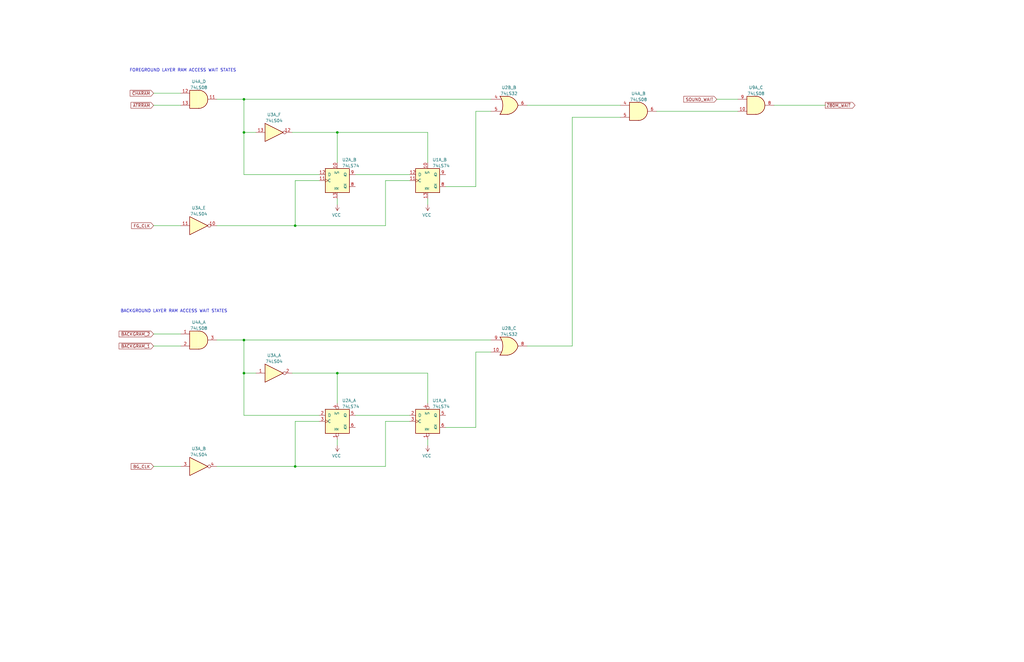
<source format=kicad_sch>
(kicad_sch (version 20211123) (generator eeschema)
  (paper "B")
  (title_block (title "Slapfight Arcade PCB") (company "Schematics created by Neil Ward & Anton Gale"))
  (lib_symbols
    (symbol "jt74:74LS04" (pin_names (offset 1.016))
      (property "Reference" "U" (at 0 1.27 0))
      (property "Value" "74LS04" (at 0 -1.27 0))
      (symbol "74LS04_1_0"
        (polyline (pts (xy -3.81 3.81) (xy -3.81 -3.81) (xy 3.81 0) (xy -3.81 3.81)) (stroke (width 0.254)) (fill (type background)))
        (pin input line (at -7.62 0 0) (length 3.81) (name "~") (number "1"))
        (pin output inverted (at 7.62 0 180) (length 3.81) (name "~") (number "2"))
      )
      (symbol "74LS04_2_0"
        (polyline (pts (xy -3.81 3.81) (xy -3.81 -3.81) (xy 3.81 0) (xy -3.81 3.81)) (stroke (width 0.254)) (fill (type background)))
        (pin input line (at -7.62 0 0) (length 3.81) (name "~") (number "3"))
        (pin output inverted (at 7.62 0 180) (length 3.81) (name "~") (number "4"))
      )
      (symbol "74LS04_3_0"
        (polyline (pts (xy -3.81 3.81) (xy -3.81 -3.81) (xy 3.81 0) (xy -3.81 3.81)) (stroke (width 0.254)) (fill (type background)))
        (pin input line (at -7.62 0 0) (length 3.81) (name "~") (number "5"))
        (pin output inverted (at 7.62 0 180) (length 3.81) (name "~") (number "6"))
      )
      (symbol "74LS04_4_0"
        (polyline (pts (xy -3.81 3.81) (xy -3.81 -3.81) (xy 3.81 0) (xy -3.81 3.81)) (stroke (width 0.254)) (fill (type background)))
        (pin output inverted (at 7.62 0 180) (length 3.81) (name "~") (number "8"))
        (pin input line (at -7.62 0 0) (length 3.81) (name "~") (number "9"))
      )
      (symbol "74LS04_5_0"
        (polyline (pts (xy -3.81 3.81) (xy -3.81 -3.81) (xy 3.81 0) (xy -3.81 3.81)) (stroke (width 0.254)) (fill (type background)))
        (pin output inverted (at 7.62 0 180) (length 3.81) (name "~") (number "10"))
        (pin input line (at -7.62 0 0) (length 3.81) (name "~") (number "11"))
      )
      (symbol "74LS04_6_0"
        (polyline (pts (xy -3.81 3.81) (xy -3.81 -3.81) (xy 3.81 0) (xy -3.81 3.81)) (stroke (width 0.254)) (fill (type background)))
        (pin output inverted (at 7.62 0 180) (length 3.81) (name "~") (number "12"))
        (pin input line (at -7.62 0 0) (length 3.81) (name "~") (number "13"))
      )
      (symbol "74LS04_7_0"
        (pin power_in line (at 0 7.62 270) (length 5.08) hide (name "VCC") (number "14"))
        (pin power_in line (at 0 -7.62 90) (length 5.08) hide (name "VSS") (number "7"))
      )
      (symbol "74LS04_7_1"
        (rectangle (start -5.08 7.62) (end 5.08 -7.62) (stroke (width 0.254)) (fill (type background)))
      )
    )
    (symbol "jt74:74LS08" (pin_names (offset 1.016))
      (property "Reference" "U" (at 0 1.27 0))
      (property "Value" "74LS08" (at 0 -1.27 0))
      (symbol "74LS08_1_1"
        (arc (start 0 -3.81) (mid 3.81 0) (end 0 3.81) (stroke (width 0.254)) (fill (type background)))
        (polyline (pts (xy 0 3.81) (xy -3.81 3.81) (xy -3.81 -3.81) (xy 0 -3.81)) (stroke (width 0.254)) (fill (type background)))
        (pin input line (at -7.62 2.54 0) (length 3.81) (name "~") (number "1"))
        (pin input line (at -7.62 -2.54 0) (length 3.81) (name "~") (number "2"))
        (pin output line (at 7.62 0 180) (length 3.81) (name "~") (number "3"))
      )
      (symbol "74LS08_1_2"
        (arc (start -3.81 -3.81) (mid -2.589 0) (end -3.81 3.81) (stroke (width 0.254)))
        (arc (start -0.6096 -3.81) (mid 2.1842 -2.5851) (end 3.81 0) (stroke (width 0.254)) (fill (type background)))
        (polyline (pts (xy -3.81 -3.81) (xy -0.635 -3.81)) (stroke (width 0.254)) (fill (type background)))
        (polyline (pts (xy -3.81 3.81) (xy -0.635 3.81)) (stroke (width 0.254)) (fill (type background)))
        (polyline (pts (xy -0.635 3.81) (xy -3.81 3.81) (xy -3.81 3.81) (xy -3.556 3.4036) (xy -3.0226 2.2606) (xy -2.6924 1.0414) (xy -2.6162 -0.254) (xy -2.7686 -1.4986) (xy -3.175 -2.7178) (xy -3.81 -3.81) (xy -3.81 -3.81) (xy -0.635 -3.81)) (stroke (width -25.4)) (fill (type background)))
        (arc (start 3.81 0) (mid 2.1915 2.5936) (end -0.6096 3.81) (stroke (width 0.254)) (fill (type background)))
        (pin input inverted (at -7.62 2.54 0) (length 4.318) (name "~") (number "1"))
        (pin input inverted (at -7.62 -2.54 0) (length 4.318) (name "~") (number "2"))
        (pin output inverted (at 7.62 0 180) (length 3.81) (name "~") (number "3"))
      )
      (symbol "74LS08_2_1"
        (arc (start 0 -3.81) (mid 3.81 0) (end 0 3.81) (stroke (width 0.254)) (fill (type background)))
        (polyline (pts (xy 0 3.81) (xy -3.81 3.81) (xy -3.81 -3.81) (xy 0 -3.81)) (stroke (width 0.254)) (fill (type background)))
        (pin input line (at -7.62 2.54 0) (length 3.81) (name "~") (number "4"))
        (pin input line (at -7.62 -2.54 0) (length 3.81) (name "~") (number "5"))
        (pin output line (at 7.62 0 180) (length 3.81) (name "~") (number "6"))
      )
      (symbol "74LS08_2_2"
        (arc (start -3.81 -3.81) (mid -2.589 0) (end -3.81 3.81) (stroke (width 0.254)))
        (arc (start -0.6096 -3.81) (mid 2.1842 -2.5851) (end 3.81 0) (stroke (width 0.254)) (fill (type background)))
        (polyline (pts (xy -3.81 -3.81) (xy -0.635 -3.81)) (stroke (width 0.254)) (fill (type background)))
        (polyline (pts (xy -3.81 3.81) (xy -0.635 3.81)) (stroke (width 0.254)) (fill (type background)))
        (polyline (pts (xy -0.635 3.81) (xy -3.81 3.81) (xy -3.81 3.81) (xy -3.556 3.4036) (xy -3.0226 2.2606) (xy -2.6924 1.0414) (xy -2.6162 -0.254) (xy -2.7686 -1.4986) (xy -3.175 -2.7178) (xy -3.81 -3.81) (xy -3.81 -3.81) (xy -0.635 -3.81)) (stroke (width -25.4)) (fill (type background)))
        (arc (start 3.81 0) (mid 2.1915 2.5936) (end -0.6096 3.81) (stroke (width 0.254)) (fill (type background)))
        (pin input inverted (at -7.62 2.54 0) (length 4.318) (name "~") (number "4"))
        (pin input inverted (at -7.62 -2.54 0) (length 4.318) (name "~") (number "5"))
        (pin output inverted (at 7.62 0 180) (length 3.81) (name "~") (number "6"))
      )
      (symbol "74LS08_3_1"
        (arc (start 0 -3.81) (mid 3.81 0) (end 0 3.81) (stroke (width 0.254)) (fill (type background)))
        (polyline (pts (xy 0 3.81) (xy -3.81 3.81) (xy -3.81 -3.81) (xy 0 -3.81)) (stroke (width 0.254)) (fill (type background)))
        (pin input line (at -7.62 -2.54 0) (length 3.81) (name "~") (number "10"))
        (pin output line (at 7.62 0 180) (length 3.81) (name "~") (number "8"))
        (pin input line (at -7.62 2.54 0) (length 3.81) (name "~") (number "9"))
      )
      (symbol "74LS08_3_2"
        (arc (start -3.81 -3.81) (mid -2.589 0) (end -3.81 3.81) (stroke (width 0.254)))
        (arc (start -0.6096 -3.81) (mid 2.1842 -2.5851) (end 3.81 0) (stroke (width 0.254)) (fill (type background)))
        (polyline (pts (xy -3.81 -3.81) (xy -0.635 -3.81)) (stroke (width 0.254)) (fill (type background)))
        (polyline (pts (xy -3.81 3.81) (xy -0.635 3.81)) (stroke (width 0.254)) (fill (type background)))
        (polyline (pts (xy -0.635 3.81) (xy -3.81 3.81) (xy -3.81 3.81) (xy -3.556 3.4036) (xy -3.0226 2.2606) (xy -2.6924 1.0414) (xy -2.6162 -0.254) (xy -2.7686 -1.4986) (xy -3.175 -2.7178) (xy -3.81 -3.81) (xy -3.81 -3.81) (xy -0.635 -3.81)) (stroke (width -25.4)) (fill (type background)))
        (arc (start 3.81 0) (mid 2.1915 2.5936) (end -0.6096 3.81) (stroke (width 0.254)) (fill (type background)))
        (pin input inverted (at -7.62 -2.54 0) (length 4.318) (name "~") (number "10"))
        (pin output inverted (at 7.62 0 180) (length 3.81) (name "~") (number "8"))
        (pin input inverted (at -7.62 2.54 0) (length 4.318) (name "~") (number "9"))
      )
      (symbol "74LS08_4_1"
        (arc (start 0 -3.81) (mid 3.81 0) (end 0 3.81) (stroke (width 0.254)) (fill (type background)))
        (polyline (pts (xy 0 3.81) (xy -3.81 3.81) (xy -3.81 -3.81) (xy 0 -3.81)) (stroke (width 0.254)) (fill (type background)))
        (pin output line (at 7.62 0 180) (length 3.81) (name "~") (number "11"))
        (pin input line (at -7.62 2.54 0) (length 3.81) (name "~") (number "12"))
        (pin input line (at -7.62 -2.54 0) (length 3.81) (name "~") (number "13"))
      )
      (symbol "74LS08_4_2"
        (arc (start -3.81 -3.81) (mid -2.589 0) (end -3.81 3.81) (stroke (width 0.254)))
        (arc (start -0.6096 -3.81) (mid 2.1842 -2.5851) (end 3.81 0) (stroke (width 0.254)) (fill (type background)))
        (polyline (pts (xy -3.81 -3.81) (xy -0.635 -3.81)) (stroke (width 0.254)) (fill (type background)))
        (polyline (pts (xy -3.81 3.81) (xy -0.635 3.81)) (stroke (width 0.254)) (fill (type background)))
        (polyline (pts (xy -0.635 3.81) (xy -3.81 3.81) (xy -3.81 3.81) (xy -3.556 3.4036) (xy -3.0226 2.2606) (xy -2.6924 1.0414) (xy -2.6162 -0.254) (xy -2.7686 -1.4986) (xy -3.175 -2.7178) (xy -3.81 -3.81) (xy -3.81 -3.81) (xy -0.635 -3.81)) (stroke (width -25.4)) (fill (type background)))
        (arc (start 3.81 0) (mid 2.1915 2.5936) (end -0.6096 3.81) (stroke (width 0.254)) (fill (type background)))
        (pin output inverted (at 7.62 0 180) (length 3.81) (name "~") (number "11"))
        (pin input inverted (at -7.62 2.54 0) (length 4.318) (name "~") (number "12"))
        (pin input inverted (at -7.62 -2.54 0) (length 4.318) (name "~") (number "13"))
      )
      (symbol "74LS08_5_0"
        (pin power_in line (at 0 7.62 270) (length 5.08) hide (name "VCC") (number "14"))
        (pin power_in line (at 0 -7.62 90) (length 5.08) hide (name "VSS") (number "7"))
      )
      (symbol "74LS08_5_1"
        (rectangle (start -5.08 7.62) (end 5.08 -7.62) (stroke (width 0.254)) (fill (type background)))
      )
    )
    (symbol "jt74:74LS32" (pin_names (offset 1.016))
      (property "Reference" "U" (at 0 1.27 0))
      (property "Value" "74LS32" (at 0 -1.27 0))
      (symbol "74LS32_1_1"
        (arc (start -3.81 -3.81) (mid -2.589 0) (end -3.81 3.81) (stroke (width 0.254)))
        (arc (start -0.6096 -3.81) (mid 2.1842 -2.5851) (end 3.81 0) (stroke (width 0.254)) (fill (type background)))
        (polyline (pts (xy -3.81 -3.81) (xy -0.635 -3.81)) (stroke (width 0.254)) (fill (type background)))
        (polyline (pts (xy -3.81 3.81) (xy -0.635 3.81)) (stroke (width 0.254)) (fill (type background)))
        (polyline (pts (xy -0.635 3.81) (xy -3.81 3.81) (xy -3.81 3.81) (xy -3.556 3.4036) (xy -3.0226 2.2606) (xy -2.6924 1.0414) (xy -2.6162 -0.254) (xy -2.7686 -1.4986) (xy -3.175 -2.7178) (xy -3.81 -3.81) (xy -3.81 -3.81) (xy -0.635 -3.81)) (stroke (width -25.4)) (fill (type background)))
        (arc (start 3.81 0) (mid 2.1915 2.5936) (end -0.6096 3.81) (stroke (width 0.254)) (fill (type background)))
        (pin input line (at -7.62 2.54 0) (length 4.318) (name "~") (number "1"))
        (pin input line (at -7.62 -2.54 0) (length 4.318) (name "~") (number "2"))
        (pin output line (at 7.62 0 180) (length 3.81) (name "~") (number "3"))
      )
      (symbol "74LS32_1_2"
        (arc (start 0 -3.81) (mid 3.81 0) (end 0 3.81) (stroke (width 0.254)) (fill (type background)))
        (polyline (pts (xy 0 3.81) (xy -3.81 3.81) (xy -3.81 -3.81) (xy 0 -3.81)) (stroke (width 0.254)) (fill (type background)))
        (pin input inverted (at -7.62 2.54 0) (length 3.81) (name "~") (number "1"))
        (pin input inverted (at -7.62 -2.54 0) (length 3.81) (name "~") (number "2"))
        (pin output inverted (at 7.62 0 180) (length 3.81) (name "~") (number "3"))
      )
      (symbol "74LS32_2_1"
        (arc (start -3.81 -3.81) (mid -2.589 0) (end -3.81 3.81) (stroke (width 0.254)))
        (arc (start -0.6096 -3.81) (mid 2.1842 -2.5851) (end 3.81 0) (stroke (width 0.254)) (fill (type background)))
        (polyline (pts (xy -3.81 -3.81) (xy -0.635 -3.81)) (stroke (width 0.254)) (fill (type background)))
        (polyline (pts (xy -3.81 3.81) (xy -0.635 3.81)) (stroke (width 0.254)) (fill (type background)))
        (polyline (pts (xy -0.635 3.81) (xy -3.81 3.81) (xy -3.81 3.81) (xy -3.556 3.4036) (xy -3.0226 2.2606) (xy -2.6924 1.0414) (xy -2.6162 -0.254) (xy -2.7686 -1.4986) (xy -3.175 -2.7178) (xy -3.81 -3.81) (xy -3.81 -3.81) (xy -0.635 -3.81)) (stroke (width -25.4)) (fill (type background)))
        (arc (start 3.81 0) (mid 2.1915 2.5936) (end -0.6096 3.81) (stroke (width 0.254)) (fill (type background)))
        (pin input line (at -7.62 2.54 0) (length 4.318) (name "~") (number "4"))
        (pin input line (at -7.62 -2.54 0) (length 4.318) (name "~") (number "5"))
        (pin output line (at 7.62 0 180) (length 3.81) (name "~") (number "6"))
      )
      (symbol "74LS32_2_2"
        (arc (start 0 -3.81) (mid 3.81 0) (end 0 3.81) (stroke (width 0.254)) (fill (type background)))
        (polyline (pts (xy 0 3.81) (xy -3.81 3.81) (xy -3.81 -3.81) (xy 0 -3.81)) (stroke (width 0.254)) (fill (type background)))
        (pin input inverted (at -7.62 2.54 0) (length 3.81) (name "~") (number "4"))
        (pin input inverted (at -7.62 -2.54 0) (length 3.81) (name "~") (number "5"))
        (pin output inverted (at 7.62 0 180) (length 3.81) (name "~") (number "6"))
      )
      (symbol "74LS32_3_1"
        (arc (start -3.81 -3.81) (mid -2.589 0) (end -3.81 3.81) (stroke (width 0.254)))
        (arc (start -0.6096 -3.81) (mid 2.1842 -2.5851) (end 3.81 0) (stroke (width 0.254)) (fill (type background)))
        (polyline (pts (xy -3.81 -3.81) (xy -0.635 -3.81)) (stroke (width 0.254)) (fill (type background)))
        (polyline (pts (xy -3.81 3.81) (xy -0.635 3.81)) (stroke (width 0.254)) (fill (type background)))
        (polyline (pts (xy -0.635 3.81) (xy -3.81 3.81) (xy -3.81 3.81) (xy -3.556 3.4036) (xy -3.0226 2.2606) (xy -2.6924 1.0414) (xy -2.6162 -0.254) (xy -2.7686 -1.4986) (xy -3.175 -2.7178) (xy -3.81 -3.81) (xy -3.81 -3.81) (xy -0.635 -3.81)) (stroke (width -25.4)) (fill (type background)))
        (arc (start 3.81 0) (mid 2.1915 2.5936) (end -0.6096 3.81) (stroke (width 0.254)) (fill (type background)))
        (pin input line (at -7.62 -2.54 0) (length 4.318) (name "~") (number "10"))
        (pin output line (at 7.62 0 180) (length 3.81) (name "~") (number "8"))
        (pin input line (at -7.62 2.54 0) (length 4.318) (name "~") (number "9"))
      )
      (symbol "74LS32_3_2"
        (arc (start 0 -3.81) (mid 3.81 0) (end 0 3.81) (stroke (width 0.254)) (fill (type background)))
        (polyline (pts (xy 0 3.81) (xy -3.81 3.81) (xy -3.81 -3.81) (xy 0 -3.81)) (stroke (width 0.254)) (fill (type background)))
        (pin input inverted (at -7.62 -2.54 0) (length 3.81) (name "~") (number "10"))
        (pin output inverted (at 7.62 0 180) (length 3.81) (name "~") (number "8"))
        (pin input inverted (at -7.62 2.54 0) (length 3.81) (name "~") (number "9"))
      )
      (symbol "74LS32_4_1"
        (arc (start -3.81 -3.81) (mid -2.589 0) (end -3.81 3.81) (stroke (width 0.254)))
        (arc (start -0.6096 -3.81) (mid 2.1842 -2.5851) (end 3.81 0) (stroke (width 0.254)) (fill (type background)))
        (polyline (pts (xy -3.81 -3.81) (xy -0.635 -3.81)) (stroke (width 0.254)) (fill (type background)))
        (polyline (pts (xy -3.81 3.81) (xy -0.635 3.81)) (stroke (width 0.254)) (fill (type background)))
        (polyline (pts (xy -0.635 3.81) (xy -3.81 3.81) (xy -3.81 3.81) (xy -3.556 3.4036) (xy -3.0226 2.2606) (xy -2.6924 1.0414) (xy -2.6162 -0.254) (xy -2.7686 -1.4986) (xy -3.175 -2.7178) (xy -3.81 -3.81) (xy -3.81 -3.81) (xy -0.635 -3.81)) (stroke (width -25.4)) (fill (type background)))
        (arc (start 3.81 0) (mid 2.1915 2.5936) (end -0.6096 3.81) (stroke (width 0.254)) (fill (type background)))
        (pin output line (at 7.62 0 180) (length 3.81) (name "~") (number "11"))
        (pin input line (at -7.62 2.54 0) (length 4.318) (name "~") (number "12"))
        (pin input line (at -7.62 -2.54 0) (length 4.318) (name "~") (number "13"))
      )
      (symbol "74LS32_4_2"
        (arc (start 0 -3.81) (mid 3.81 0) (end 0 3.81) (stroke (width 0.254)) (fill (type background)))
        (polyline (pts (xy 0 3.81) (xy -3.81 3.81) (xy -3.81 -3.81) (xy 0 -3.81)) (stroke (width 0.254)) (fill (type background)))
        (pin output inverted (at 7.62 0 180) (length 3.81) (name "~") (number "11"))
        (pin input inverted (at -7.62 2.54 0) (length 3.81) (name "~") (number "12"))
        (pin input inverted (at -7.62 -2.54 0) (length 3.81) (name "~") (number "13"))
      )
      (symbol "74LS32_5_0"
        (pin power_in line (at 0 7.62 270) (length 5.08) hide (name "VCC") (number "14"))
        (pin power_in line (at 0 -7.62 90) (length 5.08) hide (name "VSS") (number "7"))
      )
      (symbol "74LS32_5_1"
        (rectangle (start -5.08 7.62) (end 5.08 -7.62) (stroke (width 0.254)) (fill (type background)))
      )
    )
    (symbol "jt74:74LS74" (pin_names (offset 1.016))
      (property "Reference" "U" (at 3.81 5.08 0))
      (property "Value" "74LS74" (at 0 0 0))
      (symbol "74LS74_1_0"
        (pin input inverted (at 0 -7.62 90) (length 2.54) (name "~{R}") (number "1"))
        (pin input line (at -7.62 2.54 0) (length 2.54) (name "D") (number "2"))
        (pin input clock (at -7.62 0 0) (length 2.54) (name "C") (number "3"))
        (pin input inverted (at 0 7.62 270) (length 2.54) (name "~{S}") (number "4"))
        (pin output line (at 7.62 2.54 180) (length 2.54) (name "Q") (number "5"))
        (pin output line (at 7.62 -2.54 180) (length 2.54) (name "~{Q}") (number "6"))
      )
      (symbol "74LS74_1_1"
        (rectangle (start -5.08 5.08) (end 5.08 -5.08) (stroke (width 0.254)) (fill (type background)))
      )
      (symbol "74LS74_2_0"
        (pin input clock (at -7.62 0 0) (length 2.54) (name "C") (number "11"))
        (pin input line (at -7.62 2.54 0) (length 2.54) (name "D") (number "12"))
        (pin input line (at 0 -7.62 90) (length 2.54) (name "~{R}") (number "13"))
        (pin output line (at 7.62 -2.54 180) (length 2.54) (name "~{Q}") (number "8"))
        (pin output line (at 7.62 2.54 180) (length 2.54) (name "Q") (number "9"))
      )
      (symbol "74LS74_2_1"
        (rectangle (start -5.08 5.08) (end 5.08 -5.08) (stroke (width 0.254)) (fill (type background)))
        (pin input line (at 0 7.62 270) (length 2.54) (name "~{S}") (number "10"))
      )
      (symbol "74LS74_3_0"
        (pin power_in line (at 0 7.62 270) (length 2.54) hide (name "VCC") (number "14"))
        (pin power_in line (at 0 -7.62 90) (length 2.54) hide (name "VSS") (number "7"))
      )
      (symbol "74LS74_3_1"
        (rectangle (start -5.08 7.62) (end 5.08 -7.62) (stroke (width 0.254)) (fill (type background)))
      )
    )
    (symbol "power:VCC" (power) (pin_names (offset 0))
      (property "Value" "VCC" (at 0 3.81 0))
      (symbol "VCC_0_1"
        (polyline (pts (xy -0.762 1.27) (xy 0 2.54)))
        (polyline (pts (xy 0 0) (xy 0 2.54)))
        (polyline (pts (xy 0 2.54) (xy 0.762 1.27)))
      )
      (symbol "VCC_1_1"
        (pin power_in line (at 0 0 90) (length 0) hide (name "VCC") (number "1"))
      )
    )
  )
  (junction (at 102.87 41.91))
  (junction (at 142.24 157.48))
  (junction (at 142.24 55.88))
  (junction (at 124.46 95.25))
  (junction (at 102.87 55.88))
  (junction (at 124.46 196.85))
  (junction (at 102.87 143.51))
  (junction (at 102.87 157.48))
  (wire (pts (xy 64.77 44.45) (xy 76.2 44.45)))
  (wire (pts (xy 149.86 73.66) (xy 172.72 73.66)))
  (wire (pts (xy 172.72 177.8) (xy 162.56 177.8)))
  (wire (pts (xy 91.44 143.51) (xy 102.87 143.51)))
  (wire (pts (xy 124.46 95.25) (xy 162.56 95.25)))
  (wire (pts (xy 142.24 83.82) (xy 142.24 86.36)))
  (wire (pts (xy 64.77 140.97) (xy 76.2 140.97)))
  (wire (pts (xy 102.87 143.51) (xy 102.87 157.48)))
  (wire (pts (xy 149.86 175.26) (xy 172.72 175.26)))
  (wire (pts (xy 102.87 55.88) (xy 107.95 55.88)))
  (wire (pts (xy 241.3 146.05) (xy 222.25 146.05)))
  (wire (pts (xy 134.62 76.2) (xy 124.46 76.2)))
  (wire (pts (xy 180.34 157.48) (xy 180.34 170.18)))
  (wire (pts (xy 91.44 41.91) (xy 102.87 41.91)))
  (wire (pts (xy 134.62 73.66) (xy 102.87 73.66)))
  (wire (pts (xy 261.62 49.53) (xy 241.3 49.53)))
  (wire (pts (xy 200.66 180.34) (xy 200.66 148.59)))
  (wire (pts (xy 91.44 95.25) (xy 124.46 95.25)))
  (wire (pts (xy 276.86 46.99) (xy 311.15 46.99)))
  (wire (pts (xy 200.66 46.99) (xy 207.01 46.99)))
  (wire (pts (xy 180.34 55.88) (xy 180.34 68.58)))
  (wire (pts (xy 142.24 157.48) (xy 142.24 170.18)))
  (wire (pts (xy 64.77 146.05) (xy 76.2 146.05)))
  (wire (pts (xy 222.25 44.45) (xy 261.62 44.45)))
  (wire (pts (xy 302.26 41.91) (xy 311.15 41.91)))
  (wire (pts (xy 200.66 78.74) (xy 200.66 46.99)))
  (wire (pts (xy 102.87 157.48) (xy 107.95 157.48)))
  (wire (pts (xy 64.77 39.37) (xy 76.2 39.37)))
  (wire (pts (xy 241.3 49.53) (xy 241.3 146.05)))
  (wire (pts (xy 64.77 95.25) (xy 76.2 95.25)))
  (wire (pts (xy 102.87 41.91) (xy 102.87 55.88)))
  (wire (pts (xy 162.56 76.2) (xy 162.56 95.25)))
  (wire (pts (xy 326.39 44.45) (xy 347.98 44.45)))
  (wire (pts (xy 123.19 157.48) (xy 142.24 157.48)))
  (wire (pts (xy 180.34 83.82) (xy 180.34 86.36)))
  (wire (pts (xy 102.87 157.48) (xy 102.87 175.26)))
  (wire (pts (xy 102.87 143.51) (xy 207.01 143.51)))
  (wire (pts (xy 142.24 157.48) (xy 180.34 157.48)))
  (wire (pts (xy 142.24 55.88) (xy 180.34 55.88)))
  (wire (pts (xy 91.44 196.85) (xy 124.46 196.85)))
  (wire (pts (xy 187.96 180.34) (xy 200.66 180.34)))
  (wire (pts (xy 102.87 73.66) (xy 102.87 55.88)))
  (wire (pts (xy 124.46 196.85) (xy 162.56 196.85)))
  (wire (pts (xy 124.46 177.8) (xy 124.46 196.85)))
  (wire (pts (xy 180.34 185.42) (xy 180.34 187.96)))
  (wire (pts (xy 200.66 148.59) (xy 207.01 148.59)))
  (wire (pts (xy 124.46 76.2) (xy 124.46 95.25)))
  (wire (pts (xy 134.62 177.8) (xy 124.46 177.8)))
  (wire (pts (xy 142.24 185.42) (xy 142.24 187.96)))
  (wire (pts (xy 64.77 196.85) (xy 76.2 196.85)))
  (wire (pts (xy 123.19 55.88) (xy 142.24 55.88)))
  (wire (pts (xy 142.24 55.88) (xy 142.24 68.58)))
  (wire (pts (xy 187.96 78.74) (xy 200.66 78.74)))
  (wire (pts (xy 134.62 175.26) (xy 102.87 175.26)))
  (wire (pts (xy 102.87 41.91) (xy 207.01 41.91)))
  (wire (pts (xy 172.72 76.2) (xy 162.56 76.2)))
  (wire (pts (xy 162.56 177.8) (xy 162.56 196.85)))
  (text "FOREGROUND LAYER RAM ACCESS WAIT STATES" (at 54.61 30.48 0) (effects (font (size 1.27 1.27)) (justify left bottom)))
  (text "BACKGROUND LAYER RAM ACCESS WAIT STATES" (at 50.8 132.08 0) (effects (font (size 1.27 1.27)) (justify left bottom)))
  (global_label "~{BACKGRAM_1}" (shape input) (at 64.77 146.05 180) (property "Intersheet References" "${INTERSHEET_REFS}" (effects hide)))
  (global_label "~{ATRRAM}" (shape input) (at 64.77 44.45 180) (property "Intersheet References" "${INTERSHEET_REFS}" (effects hide)))
  (global_label "BG_CLK" (shape input) (at 64.77 196.85 180) (property "Intersheet References" "${INTERSHEET_REFS}" (effects hide)))
  (global_label "~{BACKGRAM_2}" (shape input) (at 64.77 140.97 180) (property "Intersheet References" "${INTERSHEET_REFS}" (effects hide)))
  (global_label "~{CHARAM}" (shape input) (at 64.77 39.37 180) (property "Intersheet References" "${INTERSHEET_REFS}" (effects hide)))
  (global_label "FG_CLK" (shape input) (at 64.77 95.25 180) (property "Intersheet References" "${INTERSHEET_REFS}" (effects hide)))
  (global_label "SOUND_WAIT" (shape input) (at 302.26 41.91 180) (property "Intersheet References" "${INTERSHEET_REFS}" (effects hide)))
  (global_label "~{Z80M_WAIT}" (shape output) (at 347.98 44.45 0) (property "Intersheet References" "${INTERSHEET_REFS}" (effects hide)))
  (symbol (lib_id "jt74:74LS74") (at 142.24 177.8 0) (unit 1)
    (property "Reference" "U2A_" (at 144.2594 169.0202 0) (effects (justify left)))
    (property "Value" "74LS74" (at 144.2594 171.5571 0) (effects (justify left)))
    (property "Datasheet" "74xx/74hc_hct74.pdf" (effects hide))
  )
  (symbol (lib_id "jt74:74LS32") (at 214.63 146.05 0) (unit 3)
    (property "Reference" "U2B_" (at 214.63 138.5402 0))
    (property "Value" "74LS32" (at 214.63 141.0771 0))
    (property "Datasheet" "http://www.ti.com/lit/gpn/sn74LS32" (effects hide))
  )
  (symbol (lib_id "jt74:74LS32") (at 214.63 44.45 0) (unit 2)
    (property "Reference" "U2B_" (at 214.63 36.9402 0))
    (property "Value" "74LS32" (at 214.63 39.4771 0))
    (property "Datasheet" "http://www.ti.com/lit/gpn/sn74LS32" (effects hide))
  )
  (symbol (lib_id "power:VCC") (at 142.24 187.96 180) (unit 1)
    (property "Reference" "#PWR?" (effects hide))
    (property "Value" "VCC" (at 141.859 192.3542 0))
  )
  (symbol (lib_id "power:VCC") (at 142.24 86.36 180) (unit 1)
    (property "Reference" "#PWR?" (effects hide))
    (property "Value" "VCC" (at 141.859 90.7542 0))
  )
  (symbol (lib_id "jt74:74LS74") (at 180.34 177.8 0) (unit 1)
    (property "Reference" "U1A_" (at 182.3594 169.0202 0) (effects (justify left)))
    (property "Value" "74LS74" (at 182.3594 171.5571 0) (effects (justify left)))
    (property "Datasheet" "74xx/74hc_hct74.pdf" (effects hide))
  )
  (symbol (lib_id "jt74:74LS04") (at 115.57 157.48 0) (unit 1)
    (property "Reference" "U3A_" (at 115.57 149.9702 0))
    (property "Value" "74LS04" (at 115.57 152.5071 0))
    (property "Datasheet" "http://www.ti.com/lit/gpn/sn74LS04" (effects hide))
  )
  (symbol (lib_id "jt74:74LS08") (at 83.82 41.91 0) (unit 4)
    (property "Reference" "U4A_" (at 83.82 34.4002 0))
    (property "Value" "74LS08" (at 83.82 36.9371 0))
    (property "Datasheet" "http://www.ti.com/lit/gpn/sn74LS08" (effects hide))
  )
  (symbol (lib_id "power:VCC") (at 180.34 86.36 180) (unit 1)
    (property "Reference" "#PWR?" (effects hide))
    (property "Value" "VCC" (at 179.959 90.7542 0))
  )
  (symbol (lib_id "jt74:74LS04") (at 83.82 196.85 0) (unit 2)
    (property "Reference" "U3A_" (at 83.82 189.3402 0))
    (property "Value" "74LS04" (at 83.82 191.8771 0))
    (property "Datasheet" "http://www.ti.com/lit/gpn/sn74LS04" (effects hide))
  )
  (symbol (lib_id "jt74:74LS08") (at 318.77 44.45 0) (unit 3)
    (property "Reference" "U9A_" (at 318.77 36.9402 0))
    (property "Value" "74LS08" (at 318.77 39.4771 0))
    (property "Datasheet" "http://www.ti.com/lit/gpn/sn74LS08" (effects hide))
  )
  (symbol (lib_id "jt74:74LS74") (at 142.24 76.2 0) (unit 2)
    (property "Reference" "U2A_" (at 144.2594 67.4202 0) (effects (justify left)))
    (property "Value" "74LS74" (at 144.2594 69.9571 0) (effects (justify left)))
    (property "Datasheet" "74xx/74hc_hct74.pdf" (effects hide))
  )
  (symbol (lib_id "power:VCC") (at 180.34 187.96 180) (unit 1)
    (property "Reference" "#PWR?" (effects hide))
    (property "Value" "VCC" (at 179.959 192.3542 0))
  )
  (symbol (lib_id "jt74:74LS04") (at 115.57 55.88 0) (unit 6)
    (property "Reference" "U3A_" (at 115.57 48.3702 0))
    (property "Value" "74LS04" (at 115.57 50.9071 0))
    (property "Datasheet" "http://www.ti.com/lit/gpn/sn74LS04" (effects hide))
  )
  (symbol (lib_id "jt74:74LS08") (at 83.82 143.51 0) (unit 1)
    (property "Reference" "U4A_" (at 83.82 136.0002 0))
    (property "Value" "74LS08" (at 83.82 138.5371 0))
    (property "Datasheet" "http://www.ti.com/lit/gpn/sn74LS08" (effects hide))
  )
  (symbol (lib_id "jt74:74LS04") (at 83.82 95.25 0) (unit 5)
    (property "Reference" "U3A_" (at 83.82 87.7402 0))
    (property "Value" "74LS04" (at 83.82 90.2771 0))
    (property "Datasheet" "http://www.ti.com/lit/gpn/sn74LS04" (effects hide))
  )
  (symbol (lib_id "jt74:74LS08") (at 269.24 46.99 0) (unit 2)
    (property "Reference" "U4A_" (at 269.24 39.4802 0))
    (property "Value" "74LS08" (at 269.24 42.0171 0))
    (property "Datasheet" "http://www.ti.com/lit/gpn/sn74LS08" (effects hide))
  )
  (symbol (lib_id "jt74:74LS74") (at 180.34 76.2 0) (unit 2)
    (property "Reference" "U1A_" (at 182.3594 67.4202 0) (effects (justify left)))
    (property "Value" "74LS74" (at 182.3594 69.9571 0) (effects (justify left)))
    (property "Datasheet" "74xx/74hc_hct74.pdf" (effects hide))
  )
)
</source>
